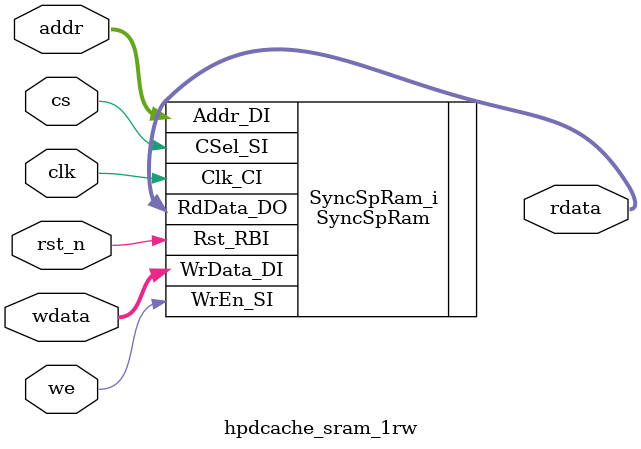
<source format=sv>

module hpdcache_sram_1rw
#(
    parameter int unsigned ADDR_SIZE = 0,
    parameter int unsigned DATA_SIZE = 0,
    parameter int unsigned DEPTH = 2**ADDR_SIZE
)
(
    input  logic                  clk,
    input  logic                  rst_n,
    input  logic                  cs,
    input  logic                  we,
    input  logic [ADDR_SIZE-1:0]  addr,
    input  logic [DATA_SIZE-1:0]  wdata,
    output logic [DATA_SIZE-1:0]  rdata
);

    SyncSpRam #(
      .ADDR_WIDTH(ADDR_SIZE),
      .DATA_DEPTH(DEPTH), // usually 2**ADDR_WIDTH, but can be lower
      .DATA_WIDTH(DATA_SIZE),
      .OUT_REGS  (0),
      .SIM_INIT  (1)     // for simulation only, will not be synthesized
                                   // 0: no init, 1: zero init, 2: random init
                                   // note: on verilator, 2 is not supported. define the VERILATOR macro to work around.
    )SyncSpRam_i(
      .Clk_CI   (clk),
      .Rst_RBI  (rst_n),
      .CSel_SI  (cs),
      .WrEn_SI  (we),
      .Addr_DI  (addr),
      .WrData_DI(wdata),
      .RdData_DO(rdata)
    );


endmodule : hpdcache_sram_1rw

</source>
